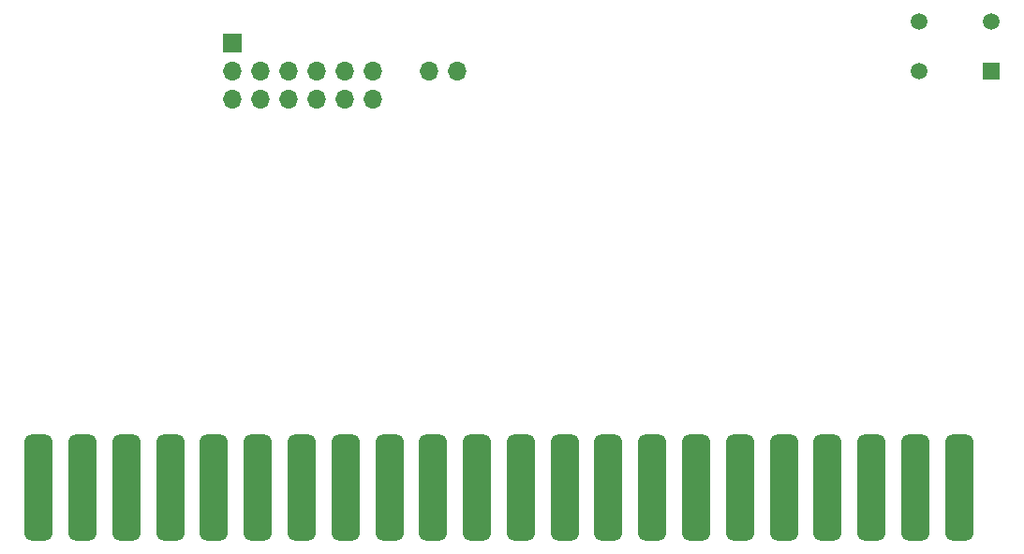
<source format=gbs>
G04 #@! TF.GenerationSoftware,KiCad,Pcbnew,8.0.5*
G04 #@! TF.CreationDate,2024-11-25T10:28:40+11:00*
G04 #@! TF.ProjectId,Vic20_FlashCart,56696332-305f-4466-9c61-736843617274,rev?*
G04 #@! TF.SameCoordinates,Original*
G04 #@! TF.FileFunction,Soldermask,Bot*
G04 #@! TF.FilePolarity,Negative*
%FSLAX46Y46*%
G04 Gerber Fmt 4.6, Leading zero omitted, Abs format (unit mm)*
G04 Created by KiCad (PCBNEW 8.0.5) date 2024-11-25 10:28:40*
%MOMM*%
%LPD*%
G01*
G04 APERTURE LIST*
G04 Aperture macros list*
%AMRoundRect*
0 Rectangle with rounded corners*
0 $1 Rounding radius*
0 $2 $3 $4 $5 $6 $7 $8 $9 X,Y pos of 4 corners*
0 Add a 4 corners polygon primitive as box body*
4,1,4,$2,$3,$4,$5,$6,$7,$8,$9,$2,$3,0*
0 Add four circle primitives for the rounded corners*
1,1,$1+$1,$2,$3*
1,1,$1+$1,$4,$5*
1,1,$1+$1,$6,$7*
1,1,$1+$1,$8,$9*
0 Add four rect primitives between the rounded corners*
20,1,$1+$1,$2,$3,$4,$5,0*
20,1,$1+$1,$4,$5,$6,$7,0*
20,1,$1+$1,$6,$7,$8,$9,0*
20,1,$1+$1,$8,$9,$2,$3,0*%
G04 Aperture macros list end*
%ADD10RoundRect,0.650000X-0.650000X-4.150000X0.650000X-4.150000X0.650000X4.150000X-0.650000X4.150000X0*%
%ADD11R,1.700000X1.700000*%
%ADD12O,1.700000X1.700000*%
%ADD13R,1.500000X1.500000*%
%ADD14C,1.500000*%
G04 APERTURE END LIST*
D10*
X177418000Y-118999000D03*
X173458000Y-118999000D03*
X169498000Y-118999000D03*
X165538000Y-118999000D03*
X161578000Y-118999000D03*
X157618000Y-118999000D03*
X153658000Y-118999000D03*
X149698000Y-118999000D03*
X145738000Y-118999000D03*
X141778000Y-118999000D03*
X137818000Y-118999000D03*
X133858000Y-118999000D03*
X129898000Y-118999000D03*
X125938000Y-118999000D03*
X121978000Y-118999000D03*
X118018000Y-118999000D03*
X114058000Y-118999000D03*
X110098000Y-118999000D03*
X106138000Y-118999000D03*
X102178000Y-118999000D03*
X98218000Y-118999000D03*
X94258000Y-118999000D03*
D11*
X111760000Y-78740000D03*
D12*
X111760000Y-81280000D03*
X111760000Y-83820000D03*
X114300000Y-81280000D03*
X114300000Y-83820000D03*
X116840000Y-81280000D03*
X116840000Y-83820000D03*
X119380000Y-81280000D03*
X119380000Y-83820000D03*
X121920000Y-81280000D03*
X121920000Y-83820000D03*
X124460000Y-81280000D03*
X124460000Y-83820000D03*
X129540000Y-81280000D03*
X132080000Y-81280000D03*
D13*
X180340000Y-81280000D03*
D14*
X173840000Y-81280000D03*
X180340000Y-76780000D03*
X173840000Y-76780000D03*
M02*

</source>
